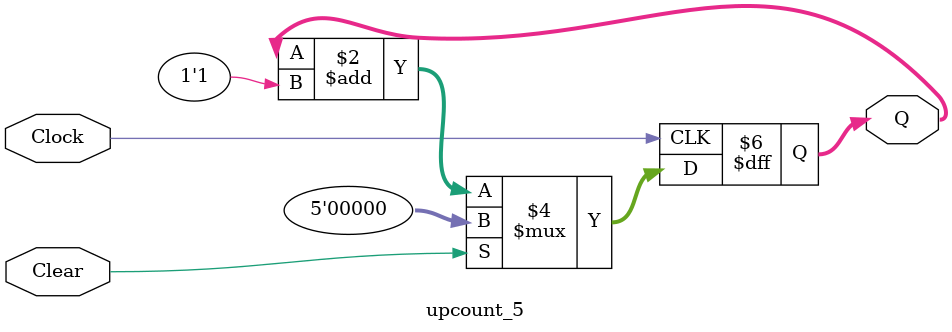
<source format=v>
module upcount(Clear, Clock, Q);
	input Clear, Clock;
	output reg [1:0] Q;
	
	always @(posedge Clock)
		if (Clear) Q <= 2'b0;
		else Q <= Q + 1'b1;
endmodule

module upcount_5(Clear, Clock, Q);
	input Clear, Clock;
	output reg [4:0] Q;
	
	always @(posedge Clock)
		if (Clear) Q <= 5'b0;
		else Q <= Q + 1'b1;
endmodule

</source>
